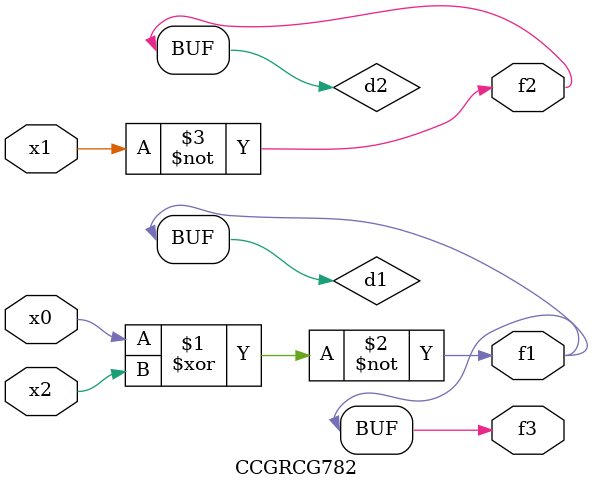
<source format=v>
module CCGRCG782(
	input x0, x1, x2,
	output f1, f2, f3
);

	wire d1, d2, d3;

	xnor (d1, x0, x2);
	nand (d2, x1);
	nor (d3, x1, x2);
	assign f1 = d1;
	assign f2 = d2;
	assign f3 = d1;
endmodule

</source>
